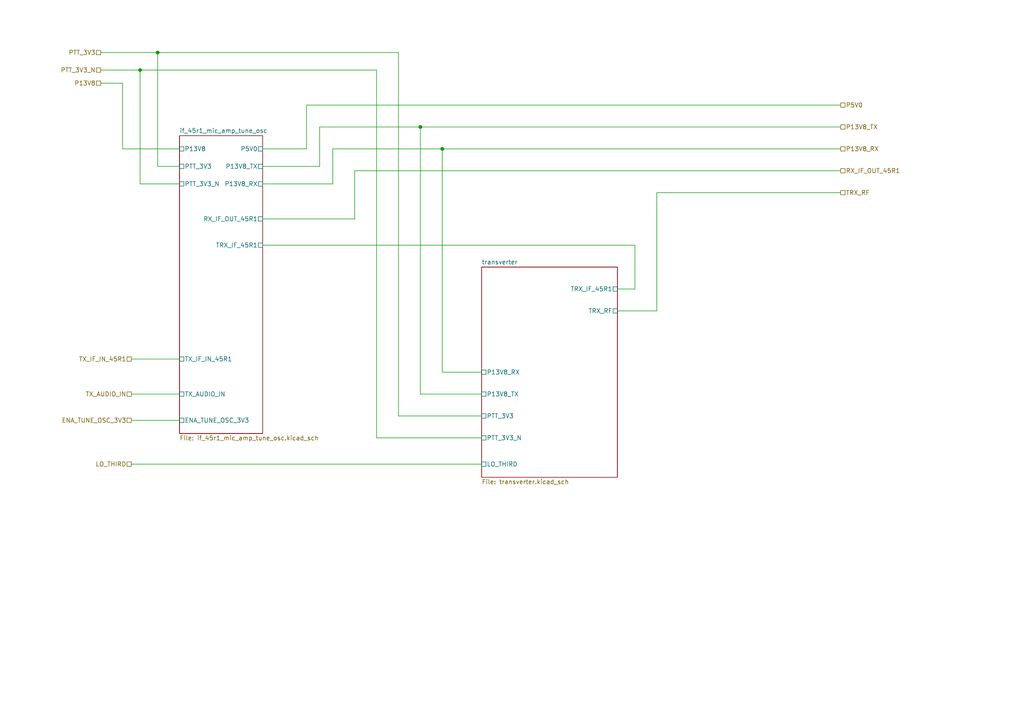
<source format=kicad_sch>
(kicad_sch (version 20211123) (generator eeschema)
  (paper "A4")
  (title_block (rev "X1") (company "WA6ZFT"))
  (lib_symbols)
  (junction (at 128.27 43.18))
  (junction (at 121.92 36.83))
  (junction (at 40.64 20.32))
  (junction (at 45.72 15.24))
  (wire (pts (xy 102.87 49.53) (xy 243.84 49.53)))
  (wire (pts (xy 115.57 120.65) (xy 139.7 120.65)))
  (wire (pts (xy 76.2 63.5) (xy 102.87 63.5)))
  (wire (pts (xy 45.72 48.26) (xy 45.72 15.24)))
  (wire (pts (xy 121.92 36.83) (xy 92.71 36.83)))
  (wire (pts (xy 38.1 114.3) (xy 52.07 114.3)))
  (wire (pts (xy 40.64 53.34) (xy 40.64 20.32)))
  (wire (pts (xy 109.22 20.32) (xy 109.22 127)))
  (wire (pts (xy 243.84 36.83) (xy 121.92 36.83)))
  (wire (pts (xy 40.64 20.32) (xy 29.21 20.32)))
  (wire (pts (xy 190.5 55.88) (xy 190.5 90.17)))
  (wire (pts (xy 243.84 30.48) (xy 88.9 30.48)))
  (wire (pts (xy 88.9 30.48) (xy 88.9 43.18)))
  (wire (pts (xy 45.72 15.24) (xy 115.57 15.24)))
  (wire (pts (xy 115.57 15.24) (xy 115.57 120.65)))
  (wire (pts (xy 35.56 24.13) (xy 35.56 43.18)))
  (wire (pts (xy 96.52 43.18) (xy 128.27 43.18)))
  (wire (pts (xy 35.56 43.18) (xy 52.07 43.18)))
  (wire (pts (xy 139.7 114.3) (xy 121.92 114.3)))
  (wire (pts (xy 184.15 71.12) (xy 184.15 83.82)))
  (wire (pts (xy 121.92 114.3) (xy 121.92 36.83)))
  (wire (pts (xy 45.72 15.24) (xy 29.21 15.24)))
  (wire (pts (xy 88.9 43.18) (xy 76.2 43.18)))
  (wire (pts (xy 52.07 48.26) (xy 45.72 48.26)))
  (wire (pts (xy 109.22 127) (xy 139.7 127)))
  (wire (pts (xy 139.7 107.95) (xy 128.27 107.95)))
  (wire (pts (xy 128.27 107.95) (xy 128.27 43.18)))
  (wire (pts (xy 243.84 55.88) (xy 190.5 55.88)))
  (wire (pts (xy 76.2 71.12) (xy 184.15 71.12)))
  (wire (pts (xy 128.27 43.18) (xy 243.84 43.18)))
  (wire (pts (xy 96.52 43.18) (xy 96.52 53.34)))
  (wire (pts (xy 92.71 48.26) (xy 76.2 48.26)))
  (wire (pts (xy 38.1 121.92) (xy 52.07 121.92)))
  (wire (pts (xy 184.15 83.82) (xy 179.07 83.82)))
  (wire (pts (xy 29.21 24.13) (xy 35.56 24.13)))
  (wire (pts (xy 190.5 90.17) (xy 179.07 90.17)))
  (wire (pts (xy 102.87 63.5) (xy 102.87 49.53)))
  (wire (pts (xy 38.1 104.14) (xy 52.07 104.14)))
  (wire (pts (xy 139.7 134.62) (xy 38.1 134.62)))
  (wire (pts (xy 96.52 53.34) (xy 76.2 53.34)))
  (wire (pts (xy 40.64 20.32) (xy 109.22 20.32)))
  (wire (pts (xy 92.71 36.83) (xy 92.71 48.26)))
  (wire (pts (xy 52.07 53.34) (xy 40.64 53.34)))
  (hierarchical_label "RX_IF_OUT_45R1" (shape passive) (at 243.84 49.53 0))
  (hierarchical_label "P13V8_RX" (shape passive) (at 243.84 43.18 0))
  (hierarchical_label "P13V8_TX" (shape passive) (at 243.84 36.83 0))
  (hierarchical_label "PTT_3V3_N" (shape passive) (at 29.21 20.32 180))
  (hierarchical_label "TRX_RF" (shape passive) (at 243.84 55.88 0))
  (hierarchical_label "PTT_3V3" (shape passive) (at 29.21 15.24 180))
  (hierarchical_label "TX_IF_IN_45R1" (shape passive) (at 38.1 104.14 180))
  (hierarchical_label "P5V0" (shape passive) (at 243.84 30.48 0))
  (hierarchical_label "TX_AUDIO_IN" (shape passive) (at 38.1 114.3 180))
  (hierarchical_label "P13V8" (shape passive) (at 29.21 24.13 180))
  (hierarchical_label "ENA_TUNE_OSC_3V3" (shape passive) (at 38.1 121.92 180))
  (hierarchical_label "LO_THIRD" (shape passive) (at 38.1 134.62 180))
  (sheet (at 139.7 77.47) (size 39.37 60.96)
    (property "Sheet name" "transverter" (at 139.7 76.7584 0) (effects (justify left bottom)))
    (property "Sheet file" "transverter.kicad_sch" (at 139.7 139.0146 0) (effects (justify left top)))
    (pin "LO_THIRD" passive (at 139.7 134.62 180))
    (pin "TRX_IF_45R1" passive (at 179.07 83.82 0))
    (pin "TRX_RF" passive (at 179.07 90.17 0))
    (pin "PTT_3V3_N" passive (at 139.7 127 180))
    (pin "PTT_3V3" passive (at 139.7 120.65 180))
    (pin "P13V8_TX" passive (at 139.7 114.3 180))
    (pin "P13V8_RX" passive (at 139.7 107.95 180))
  )
  (sheet (at 52.07 39.37) (size 24.13 86.36)
    (property "Sheet name" "if_45r1_mic_amp_tune_osc" (at 52.07 38.6584 0) (effects (justify left bottom)))
    (property "Sheet file" "if_45r1_mic_amp_tune_osc.kicad_sch" (at 52.07 126.3146 0) (effects (justify left top)))
    (pin "P13V8" passive (at 52.07 43.18 180))
    (pin "P5V0" passive (at 76.2 43.18 0))
    (pin "PTT_3V3" passive (at 52.07 48.26 180))
    (pin "TX_AUDIO_IN" passive (at 52.07 114.3 180))
    (pin "ENA_TUNE_OSC_3V3" passive (at 52.07 121.92 180))
    (pin "P13V8_TX" passive (at 76.2 48.26 0))
    (pin "P13V8_RX" passive (at 76.2 53.34 0))
    (pin "RX_IF_OUT_45R1" passive (at 76.2 63.5 0))
    (pin "PTT_3V3_N" passive (at 52.07 53.34 180))
    (pin "TX_IF_IN_45R1" passive (at 52.07 104.14 180))
    (pin "TRX_IF_45R1" passive (at 76.2 71.12 0))
  )
)
</source>
